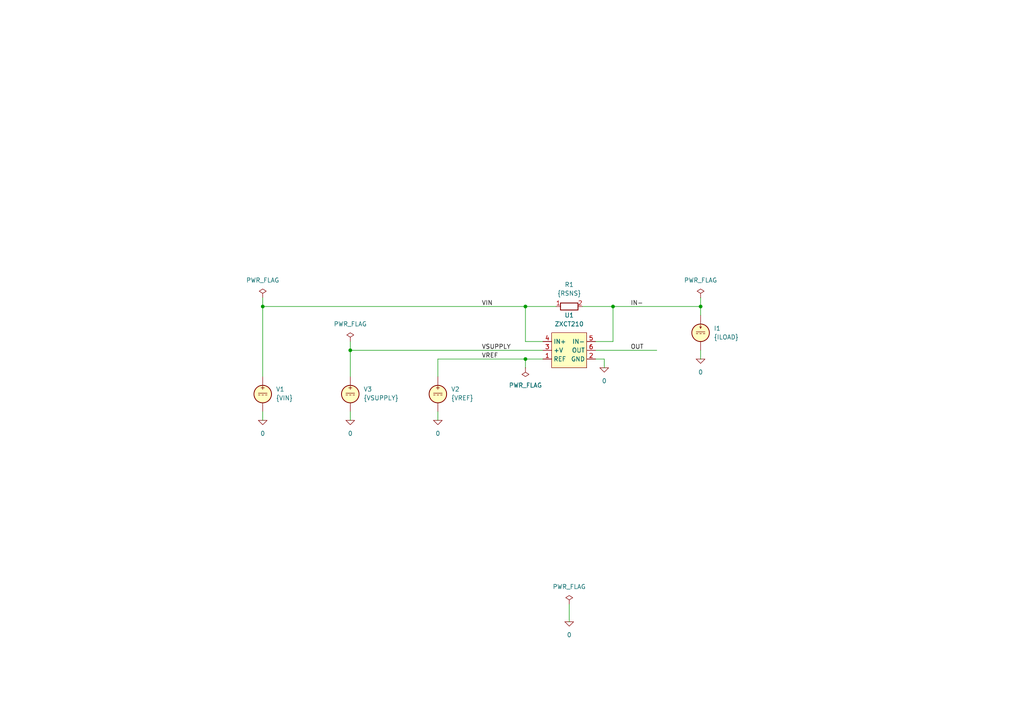
<source format=kicad_sch>
(kicad_sch
	(version 20250114)
	(generator "eeschema")
	(generator_version "9.0")
	(uuid "f02f63dd-10d0-4f93-b433-8b9c8b2d5cfa")
	(paper "A4")
	(title_block
		(title "26V, Zero-Drift, High-Precision Current Monitor. 200V/V.")
		(date "2025-06-17")
		(rev "1")
		(company "astroelectronic@")
		(comment 4 "AE01001210")
	)
	(lib_symbols
		(symbol "ZXCT210:0"
			(power)
			(pin_numbers
				(hide yes)
			)
			(pin_names
				(offset 0)
				(hide yes)
			)
			(exclude_from_sim no)
			(in_bom yes)
			(on_board yes)
			(property "Reference" "#GND"
				(at 0 -5.08 0)
				(effects
					(font
						(size 1.27 1.27)
					)
					(hide yes)
				)
			)
			(property "Value" "0"
				(at 0 -2.54 0)
				(effects
					(font
						(size 1.27 1.27)
					)
				)
			)
			(property "Footprint" ""
				(at 0 0 0)
				(effects
					(font
						(size 1.27 1.27)
					)
					(hide yes)
				)
			)
			(property "Datasheet" "https://ngspice.sourceforge.io/docs/ngspice-html-manual/manual.xhtml#subsec_Circuit_elements__device"
				(at 0 -10.16 0)
				(effects
					(font
						(size 1.27 1.27)
					)
					(hide yes)
				)
			)
			(property "Description" "0V reference potential for simulation"
				(at 0 -7.62 0)
				(effects
					(font
						(size 1.27 1.27)
					)
					(hide yes)
				)
			)
			(property "ki_keywords" "simulation"
				(at 0 0 0)
				(effects
					(font
						(size 1.27 1.27)
					)
					(hide yes)
				)
			)
			(symbol "0_0_1"
				(polyline
					(pts
						(xy -1.27 0) (xy 0 -1.27) (xy 1.27 0) (xy -1.27 0)
					)
					(stroke
						(width 0)
						(type default)
					)
					(fill
						(type none)
					)
				)
			)
			(symbol "0_1_1"
				(pin power_in line
					(at 0 0 0)
					(length 0)
					(name "~"
						(effects
							(font
								(size 1.016 1.016)
							)
						)
					)
					(number "1"
						(effects
							(font
								(size 1.016 1.016)
							)
						)
					)
				)
			)
			(embedded_fonts no)
		)
		(symbol "ZXCT210:IDC"
			(pin_numbers
				(hide yes)
			)
			(pin_names
				(offset 0.0254)
			)
			(exclude_from_sim no)
			(in_bom yes)
			(on_board yes)
			(property "Reference" "I"
				(at 2.54 2.54 0)
				(effects
					(font
						(size 1.27 1.27)
					)
					(justify left)
				)
			)
			(property "Value" "1"
				(at 2.54 0 0)
				(effects
					(font
						(size 1.27 1.27)
					)
					(justify left)
				)
			)
			(property "Footprint" ""
				(at 0 0 0)
				(effects
					(font
						(size 1.27 1.27)
					)
					(hide yes)
				)
			)
			(property "Datasheet" "https://ngspice.sourceforge.io/docs/ngspice-html-manual/manual.xhtml#sec_Independent_Sources_for"
				(at 0 0 0)
				(effects
					(font
						(size 1.27 1.27)
					)
					(hide yes)
				)
			)
			(property "Description" "Current source, DC"
				(at 0 0 0)
				(effects
					(font
						(size 1.27 1.27)
					)
					(hide yes)
				)
			)
			(property "Sim.Pins" "1=+ 2=-"
				(at 0 0 0)
				(effects
					(font
						(size 1.27 1.27)
					)
					(hide yes)
				)
			)
			(property "Sim.Type" "DC"
				(at 0 0 0)
				(effects
					(font
						(size 1.27 1.27)
					)
					(hide yes)
				)
			)
			(property "Sim.Device" "I"
				(at 0 0 0)
				(effects
					(font
						(size 1.27 1.27)
					)
					(hide yes)
				)
			)
			(property "ki_keywords" "simulation"
				(at 0 0 0)
				(effects
					(font
						(size 1.27 1.27)
					)
					(hide yes)
				)
			)
			(symbol "IDC_0_0"
				(polyline
					(pts
						(xy -1.27 0.254) (xy 1.27 0.254)
					)
					(stroke
						(width 0)
						(type default)
					)
					(fill
						(type none)
					)
				)
				(polyline
					(pts
						(xy -0.762 -0.254) (xy -1.27 -0.254)
					)
					(stroke
						(width 0)
						(type default)
					)
					(fill
						(type none)
					)
				)
				(polyline
					(pts
						(xy 0.254 -0.254) (xy -0.254 -0.254)
					)
					(stroke
						(width 0)
						(type default)
					)
					(fill
						(type none)
					)
				)
				(polyline
					(pts
						(xy 1.27 -0.254) (xy 0.762 -0.254)
					)
					(stroke
						(width 0)
						(type default)
					)
					(fill
						(type none)
					)
				)
			)
			(symbol "IDC_0_1"
				(polyline
					(pts
						(xy -0.254 1.778) (xy 0 1.27) (xy 0.254 1.778)
					)
					(stroke
						(width 0)
						(type default)
					)
					(fill
						(type none)
					)
				)
				(polyline
					(pts
						(xy 0 1.27) (xy 0 2.286)
					)
					(stroke
						(width 0)
						(type default)
					)
					(fill
						(type none)
					)
				)
				(circle
					(center 0 0)
					(radius 2.54)
					(stroke
						(width 0.254)
						(type default)
					)
					(fill
						(type background)
					)
				)
			)
			(symbol "IDC_1_1"
				(pin passive line
					(at 0 5.08 270)
					(length 2.54)
					(name "~"
						(effects
							(font
								(size 1.27 1.27)
							)
						)
					)
					(number "1"
						(effects
							(font
								(size 1.27 1.27)
							)
						)
					)
				)
				(pin passive line
					(at 0 -5.08 90)
					(length 2.54)
					(name "~"
						(effects
							(font
								(size 1.27 1.27)
							)
						)
					)
					(number "2"
						(effects
							(font
								(size 1.27 1.27)
							)
						)
					)
				)
			)
			(embedded_fonts no)
		)
		(symbol "ZXCT210:PWR_FLAG"
			(power)
			(pin_numbers
				(hide yes)
			)
			(pin_names
				(offset 0)
				(hide yes)
			)
			(exclude_from_sim no)
			(in_bom yes)
			(on_board yes)
			(property "Reference" "#FLG"
				(at 0 1.905 0)
				(effects
					(font
						(size 1.27 1.27)
					)
					(hide yes)
				)
			)
			(property "Value" "PWR_FLAG"
				(at 0 3.81 0)
				(effects
					(font
						(size 1.27 1.27)
					)
				)
			)
			(property "Footprint" ""
				(at 0 0 0)
				(effects
					(font
						(size 1.27 1.27)
					)
					(hide yes)
				)
			)
			(property "Datasheet" "~"
				(at 0 0 0)
				(effects
					(font
						(size 1.27 1.27)
					)
					(hide yes)
				)
			)
			(property "Description" "Special symbol for telling ERC where power comes from"
				(at 0 0 0)
				(effects
					(font
						(size 1.27 1.27)
					)
					(hide yes)
				)
			)
			(property "ki_keywords" "flag power"
				(at 0 0 0)
				(effects
					(font
						(size 1.27 1.27)
					)
					(hide yes)
				)
			)
			(symbol "PWR_FLAG_0_0"
				(pin power_out line
					(at 0 0 90)
					(length 0)
					(name "~"
						(effects
							(font
								(size 1.27 1.27)
							)
						)
					)
					(number "1"
						(effects
							(font
								(size 1.27 1.27)
							)
						)
					)
				)
			)
			(symbol "PWR_FLAG_0_1"
				(polyline
					(pts
						(xy 0 0) (xy 0 1.27) (xy -1.016 1.905) (xy 0 2.54) (xy 1.016 1.905) (xy 0 1.27)
					)
					(stroke
						(width 0)
						(type default)
					)
					(fill
						(type none)
					)
				)
			)
			(embedded_fonts no)
		)
		(symbol "ZXCT210:R"
			(pin_names
				(offset 0)
				(hide yes)
			)
			(exclude_from_sim no)
			(in_bom yes)
			(on_board yes)
			(property "Reference" "R"
				(at 2.032 0 90)
				(effects
					(font
						(size 1.27 1.27)
					)
				)
			)
			(property "Value" "R"
				(at 0 0 90)
				(effects
					(font
						(size 1.27 1.27)
					)
				)
			)
			(property "Footprint" ""
				(at -1.778 0 90)
				(effects
					(font
						(size 1.27 1.27)
					)
					(hide yes)
				)
			)
			(property "Datasheet" "~"
				(at 0 0 0)
				(effects
					(font
						(size 1.27 1.27)
					)
					(hide yes)
				)
			)
			(property "Description" "Resistor"
				(at 0 0 0)
				(effects
					(font
						(size 1.27 1.27)
					)
					(hide yes)
				)
			)
			(property "ki_keywords" "R res resistor"
				(at 0 0 0)
				(effects
					(font
						(size 1.27 1.27)
					)
					(hide yes)
				)
			)
			(property "ki_fp_filters" "R_*"
				(at 0 0 0)
				(effects
					(font
						(size 1.27 1.27)
					)
					(hide yes)
				)
			)
			(symbol "R_0_1"
				(rectangle
					(start -1.016 -2.54)
					(end 1.016 2.54)
					(stroke
						(width 0.254)
						(type default)
					)
					(fill
						(type none)
					)
				)
			)
			(symbol "R_1_1"
				(pin passive line
					(at 0 3.81 270)
					(length 1.27)
					(name "~"
						(effects
							(font
								(size 1.27 1.27)
							)
						)
					)
					(number "1"
						(effects
							(font
								(size 1.27 1.27)
							)
						)
					)
				)
				(pin passive line
					(at 0 -3.81 90)
					(length 1.27)
					(name "~"
						(effects
							(font
								(size 1.27 1.27)
							)
						)
					)
					(number "2"
						(effects
							(font
								(size 1.27 1.27)
							)
						)
					)
				)
			)
			(embedded_fonts no)
		)
		(symbol "ZXCT210:VDC"
			(pin_numbers
				(hide yes)
			)
			(pin_names
				(offset 0.0254)
			)
			(exclude_from_sim no)
			(in_bom yes)
			(on_board yes)
			(property "Reference" "V"
				(at 2.54 2.54 0)
				(effects
					(font
						(size 1.27 1.27)
					)
					(justify left)
				)
			)
			(property "Value" "1"
				(at 2.54 0 0)
				(effects
					(font
						(size 1.27 1.27)
					)
					(justify left)
				)
			)
			(property "Footprint" ""
				(at 0 0 0)
				(effects
					(font
						(size 1.27 1.27)
					)
					(hide yes)
				)
			)
			(property "Datasheet" "https://ngspice.sourceforge.io/docs/ngspice-html-manual/manual.xhtml#sec_Independent_Sources_for"
				(at 0 0 0)
				(effects
					(font
						(size 1.27 1.27)
					)
					(hide yes)
				)
			)
			(property "Description" "Voltage source, DC"
				(at 0 0 0)
				(effects
					(font
						(size 1.27 1.27)
					)
					(hide yes)
				)
			)
			(property "Sim.Pins" "1=+ 2=-"
				(at 0 0 0)
				(effects
					(font
						(size 1.27 1.27)
					)
					(hide yes)
				)
			)
			(property "Sim.Type" "DC"
				(at 0 0 0)
				(effects
					(font
						(size 1.27 1.27)
					)
					(hide yes)
				)
			)
			(property "Sim.Device" "V"
				(at 0 0 0)
				(effects
					(font
						(size 1.27 1.27)
					)
					(justify left)
					(hide yes)
				)
			)
			(property "ki_keywords" "simulation"
				(at 0 0 0)
				(effects
					(font
						(size 1.27 1.27)
					)
					(hide yes)
				)
			)
			(symbol "VDC_0_0"
				(polyline
					(pts
						(xy -1.27 0.254) (xy 1.27 0.254)
					)
					(stroke
						(width 0)
						(type default)
					)
					(fill
						(type none)
					)
				)
				(polyline
					(pts
						(xy -0.762 -0.254) (xy -1.27 -0.254)
					)
					(stroke
						(width 0)
						(type default)
					)
					(fill
						(type none)
					)
				)
				(polyline
					(pts
						(xy 0.254 -0.254) (xy -0.254 -0.254)
					)
					(stroke
						(width 0)
						(type default)
					)
					(fill
						(type none)
					)
				)
				(polyline
					(pts
						(xy 1.27 -0.254) (xy 0.762 -0.254)
					)
					(stroke
						(width 0)
						(type default)
					)
					(fill
						(type none)
					)
				)
				(text "+"
					(at 0 1.905 0)
					(effects
						(font
							(size 1.27 1.27)
						)
					)
				)
			)
			(symbol "VDC_0_1"
				(circle
					(center 0 0)
					(radius 2.54)
					(stroke
						(width 0.254)
						(type default)
					)
					(fill
						(type background)
					)
				)
			)
			(symbol "VDC_1_1"
				(pin passive line
					(at 0 5.08 270)
					(length 2.54)
					(name "~"
						(effects
							(font
								(size 1.27 1.27)
							)
						)
					)
					(number "1"
						(effects
							(font
								(size 1.27 1.27)
							)
						)
					)
				)
				(pin passive line
					(at 0 -5.08 90)
					(length 2.54)
					(name "~"
						(effects
							(font
								(size 1.27 1.27)
							)
						)
					)
					(number "2"
						(effects
							(font
								(size 1.27 1.27)
							)
						)
					)
				)
			)
			(embedded_fonts no)
		)
		(symbol "ZXCT210:ZXCT210"
			(exclude_from_sim no)
			(in_bom yes)
			(on_board yes)
			(property "Reference" "U"
				(at 0 8.636 0)
				(effects
					(font
						(size 1.27 1.27)
					)
				)
			)
			(property "Value" "ZXCT210"
				(at 0 6.35 0)
				(effects
					(font
						(size 1.27 1.27)
					)
				)
			)
			(property "Footprint" ""
				(at 0 0 0)
				(effects
					(font
						(size 1.27 1.27)
					)
					(hide yes)
				)
			)
			(property "Datasheet" ""
				(at 0 0 0)
				(effects
					(font
						(size 1.27 1.27)
					)
					(hide yes)
				)
			)
			(property "Description" ""
				(at 0 0 0)
				(effects
					(font
						(size 1.27 1.27)
					)
					(hide yes)
				)
			)
			(symbol "ZXCT210_1_1"
				(rectangle
					(start -5.08 5.08)
					(end 5.08 -5.08)
					(stroke
						(width 0)
						(type solid)
					)
					(fill
						(type background)
					)
				)
				(pin passive line
					(at -7.62 2.54 0)
					(length 2.54)
					(name "IN+"
						(effects
							(font
								(size 1.27 1.27)
							)
						)
					)
					(number "4"
						(effects
							(font
								(size 1.27 1.27)
							)
						)
					)
				)
				(pin passive line
					(at -7.62 0 0)
					(length 2.54)
					(name "+V"
						(effects
							(font
								(size 1.27 1.27)
							)
						)
					)
					(number "3"
						(effects
							(font
								(size 1.27 1.27)
							)
						)
					)
				)
				(pin passive line
					(at -7.62 -2.54 0)
					(length 2.54)
					(name "REF"
						(effects
							(font
								(size 1.27 1.27)
							)
						)
					)
					(number "1"
						(effects
							(font
								(size 1.27 1.27)
							)
						)
					)
				)
				(pin passive line
					(at 7.62 2.54 180)
					(length 2.54)
					(name "IN-"
						(effects
							(font
								(size 1.27 1.27)
							)
						)
					)
					(number "5"
						(effects
							(font
								(size 1.27 1.27)
							)
						)
					)
				)
				(pin passive line
					(at 7.62 0 180)
					(length 2.54)
					(name "OUT"
						(effects
							(font
								(size 1.27 1.27)
							)
						)
					)
					(number "6"
						(effects
							(font
								(size 1.27 1.27)
							)
						)
					)
				)
				(pin passive line
					(at 7.62 -2.54 180)
					(length 2.54)
					(name "GND"
						(effects
							(font
								(size 1.27 1.27)
							)
						)
					)
					(number "2"
						(effects
							(font
								(size 1.27 1.27)
							)
						)
					)
				)
			)
			(embedded_fonts no)
		)
	)
	(junction
		(at 203.2 88.9)
		(diameter 0)
		(color 0 0 0 0)
		(uuid "088e5020-bea9-442c-809e-458ff448e36a")
	)
	(junction
		(at 177.8 88.9)
		(diameter 0)
		(color 0 0 0 0)
		(uuid "644c1e3d-0ad3-42b1-9257-a677b06b67f3")
	)
	(junction
		(at 101.6 101.6)
		(diameter 0)
		(color 0 0 0 0)
		(uuid "c680e25d-d9f4-4700-80e7-ab9ed2d7ebf9")
	)
	(junction
		(at 76.2 88.9)
		(diameter 0)
		(color 0 0 0 0)
		(uuid "d57a7734-c738-4812-ba46-26f579c54af7")
	)
	(junction
		(at 152.4 104.14)
		(diameter 0)
		(color 0 0 0 0)
		(uuid "e916edc8-c186-43c5-87c1-18636aa3b33b")
	)
	(junction
		(at 152.4 88.9)
		(diameter 0)
		(color 0 0 0 0)
		(uuid "f53ac3be-cad9-4316-a68a-0d21bc0c9954")
	)
	(wire
		(pts
			(xy 101.6 99.06) (xy 101.6 101.6)
		)
		(stroke
			(width 0)
			(type default)
		)
		(uuid "14385b6e-2e46-4a44-bf45-800530e7e91c")
	)
	(wire
		(pts
			(xy 127 104.14) (xy 152.4 104.14)
		)
		(stroke
			(width 0)
			(type default)
		)
		(uuid "186fc7ff-a099-4d80-a917-91e7cf61d833")
	)
	(wire
		(pts
			(xy 76.2 88.9) (xy 152.4 88.9)
		)
		(stroke
			(width 0)
			(type default)
		)
		(uuid "18fd01bc-5d88-4b8f-ac90-a56d7b678172")
	)
	(wire
		(pts
			(xy 152.4 104.14) (xy 152.4 106.68)
		)
		(stroke
			(width 0)
			(type default)
		)
		(uuid "27cf7055-3563-4c27-b245-16bdf1a1d78b")
	)
	(wire
		(pts
			(xy 152.4 99.06) (xy 152.4 88.9)
		)
		(stroke
			(width 0)
			(type default)
		)
		(uuid "2c815c78-747e-4bb1-b029-0d3bce0dbabe")
	)
	(wire
		(pts
			(xy 177.8 88.9) (xy 203.2 88.9)
		)
		(stroke
			(width 0)
			(type default)
		)
		(uuid "3765a407-c1d3-4686-ab57-ab663aa39cfc")
	)
	(wire
		(pts
			(xy 172.72 99.06) (xy 177.8 99.06)
		)
		(stroke
			(width 0)
			(type default)
		)
		(uuid "398bd61b-200d-45cb-93d7-7314c78118ed")
	)
	(wire
		(pts
			(xy 172.72 101.6) (xy 190.5 101.6)
		)
		(stroke
			(width 0)
			(type default)
		)
		(uuid "463f9e3f-1a0e-4ced-a76e-9558e2a03816")
	)
	(wire
		(pts
			(xy 76.2 88.9) (xy 76.2 109.22)
		)
		(stroke
			(width 0)
			(type default)
		)
		(uuid "5be66fff-9934-47cc-ae12-0bb6c867dafc")
	)
	(wire
		(pts
			(xy 175.26 106.68) (xy 175.26 104.14)
		)
		(stroke
			(width 0)
			(type default)
		)
		(uuid "67ba23e4-994e-40be-add5-503a7faf6f3f")
	)
	(wire
		(pts
			(xy 175.26 104.14) (xy 172.72 104.14)
		)
		(stroke
			(width 0)
			(type default)
		)
		(uuid "689a06ed-e29b-4a71-947d-cb5719be2e53")
	)
	(wire
		(pts
			(xy 165.1 175.26) (xy 165.1 180.34)
		)
		(stroke
			(width 0)
			(type default)
		)
		(uuid "75aecf9d-dc56-4c08-8a86-1c1de0c6cf6d")
	)
	(wire
		(pts
			(xy 157.48 99.06) (xy 152.4 99.06)
		)
		(stroke
			(width 0)
			(type default)
		)
		(uuid "7dfed844-1a2d-48bd-a955-7ac37b9c027a")
	)
	(wire
		(pts
			(xy 203.2 86.36) (xy 203.2 88.9)
		)
		(stroke
			(width 0)
			(type default)
		)
		(uuid "83f96b6b-5454-491b-9d47-d02a2c22979d")
	)
	(wire
		(pts
			(xy 177.8 99.06) (xy 177.8 88.9)
		)
		(stroke
			(width 0)
			(type default)
		)
		(uuid "904da834-8ea6-4f09-8d6d-c62587fb041f")
	)
	(wire
		(pts
			(xy 101.6 101.6) (xy 157.48 101.6)
		)
		(stroke
			(width 0)
			(type default)
		)
		(uuid "9278f9dd-2a4d-4735-8cdd-aa87124c5f4c")
	)
	(wire
		(pts
			(xy 177.8 88.9) (xy 168.91 88.9)
		)
		(stroke
			(width 0)
			(type default)
		)
		(uuid "96fffcc6-06c3-4ca1-9a3c-ac0e300b35f9")
	)
	(wire
		(pts
			(xy 101.6 119.38) (xy 101.6 121.92)
		)
		(stroke
			(width 0)
			(type default)
		)
		(uuid "9f6232c2-1b10-458d-a2f4-2c8a4508c62a")
	)
	(wire
		(pts
			(xy 76.2 86.36) (xy 76.2 88.9)
		)
		(stroke
			(width 0)
			(type default)
		)
		(uuid "a209cd48-b8eb-4cbf-926d-22bc1f30b39f")
	)
	(wire
		(pts
			(xy 101.6 101.6) (xy 101.6 109.22)
		)
		(stroke
			(width 0)
			(type default)
		)
		(uuid "aa7996d7-85f8-41c8-aa6d-0c3aedcde289")
	)
	(wire
		(pts
			(xy 203.2 101.6) (xy 203.2 104.14)
		)
		(stroke
			(width 0)
			(type default)
		)
		(uuid "aecfae99-6585-4a58-9fd4-1f756b18c1a3")
	)
	(wire
		(pts
			(xy 203.2 88.9) (xy 203.2 91.44)
		)
		(stroke
			(width 0)
			(type default)
		)
		(uuid "af7ad28a-21f5-4634-b30a-05e7546886a6")
	)
	(wire
		(pts
			(xy 127 104.14) (xy 127 109.22)
		)
		(stroke
			(width 0)
			(type default)
		)
		(uuid "b0394512-5932-401e-b280-3afb3c0f7d12")
	)
	(wire
		(pts
			(xy 76.2 119.38) (xy 76.2 121.92)
		)
		(stroke
			(width 0)
			(type default)
		)
		(uuid "cdca2fcf-f103-4ff0-8545-1ddef25cbfd6")
	)
	(wire
		(pts
			(xy 127 119.38) (xy 127 121.92)
		)
		(stroke
			(width 0)
			(type default)
		)
		(uuid "e5774dc5-6e8b-4d90-af0b-f39d1ecbd453")
	)
	(wire
		(pts
			(xy 152.4 104.14) (xy 157.48 104.14)
		)
		(stroke
			(width 0)
			(type default)
		)
		(uuid "f26320b9-8e78-4a0c-9561-78481385f20e")
	)
	(wire
		(pts
			(xy 152.4 88.9) (xy 161.29 88.9)
		)
		(stroke
			(width 0)
			(type default)
		)
		(uuid "fcc9e441-8ca8-452b-bbeb-3b481f987fb0")
	)
	(label "OUT"
		(at 182.88 101.6 0)
		(effects
			(font
				(size 1.27 1.27)
			)
			(justify left bottom)
		)
		(uuid "91d54691-7865-4504-9d7f-d4f475aa67c8")
	)
	(label "VREF"
		(at 139.7 104.14 0)
		(effects
			(font
				(size 1.27 1.27)
			)
			(justify left bottom)
		)
		(uuid "9e178834-1048-4c7a-b2bf-5c42126b0230")
	)
	(label "IN-"
		(at 182.88 88.9 0)
		(effects
			(font
				(size 1.27 1.27)
			)
			(justify left bottom)
		)
		(uuid "ae81096a-549a-4613-9d09-d90d911630f9")
	)
	(label "VSUPPLY"
		(at 139.7 101.6 0)
		(effects
			(font
				(size 1.27 1.27)
			)
			(justify left bottom)
		)
		(uuid "bc1ffd92-63ff-4b02-9f11-07883a4a086e")
	)
	(label "VIN"
		(at 139.7 88.9 0)
		(effects
			(font
				(size 1.27 1.27)
			)
			(justify left bottom)
		)
		(uuid "f2506927-a8e0-4e7a-9d4a-86361dbe8ca7")
	)
	(symbol
		(lib_id "ZXCT210:R")
		(at 165.1 88.9 90)
		(unit 1)
		(exclude_from_sim no)
		(in_bom yes)
		(on_board yes)
		(dnp no)
		(fields_autoplaced yes)
		(uuid "0c7cd91c-c0e7-4c64-adc8-61d938c1cda4")
		(property "Reference" "R1"
			(at 165.1 82.55 90)
			(effects
				(font
					(size 1.27 1.27)
				)
			)
		)
		(property "Value" "{RSNS}"
			(at 165.1 85.09 90)
			(effects
				(font
					(size 1.27 1.27)
				)
			)
		)
		(property "Footprint" ""
			(at 165.1 90.678 90)
			(effects
				(font
					(size 1.27 1.27)
				)
				(hide yes)
			)
		)
		(property "Datasheet" "~"
			(at 165.1 88.9 0)
			(effects
				(font
					(size 1.27 1.27)
				)
				(hide yes)
			)
		)
		(property "Description" "Resistor"
			(at 165.1 88.9 0)
			(effects
				(font
					(size 1.27 1.27)
				)
				(hide yes)
			)
		)
		(pin "2"
			(uuid "f3f21b90-08da-4eb0-bd89-61f241db5ebd")
		)
		(pin "1"
			(uuid "c0e3f967-b0f6-46f1-a443-dc201580d94e")
		)
		(instances
			(project ""
				(path "/f02f63dd-10d0-4f93-b433-8b9c8b2d5cfa"
					(reference "R1")
					(unit 1)
				)
			)
		)
	)
	(symbol
		(lib_id "ZXCT210:0")
		(at 175.26 106.68 0)
		(unit 1)
		(exclude_from_sim no)
		(in_bom yes)
		(on_board yes)
		(dnp no)
		(fields_autoplaced yes)
		(uuid "1131f058-b6cd-40f2-aa93-900d693e5a89")
		(property "Reference" "#GND03"
			(at 175.26 111.76 0)
			(effects
				(font
					(size 1.27 1.27)
				)
				(hide yes)
			)
		)
		(property "Value" "0"
			(at 175.26 110.49 0)
			(effects
				(font
					(size 1.27 1.27)
				)
			)
		)
		(property "Footprint" ""
			(at 175.26 106.68 0)
			(effects
				(font
					(size 1.27 1.27)
				)
				(hide yes)
			)
		)
		(property "Datasheet" "https://ngspice.sourceforge.io/docs/ngspice-html-manual/manual.xhtml#subsec_Circuit_elements__device"
			(at 175.26 116.84 0)
			(effects
				(font
					(size 1.27 1.27)
				)
				(hide yes)
			)
		)
		(property "Description" "0V reference potential for simulation"
			(at 175.26 114.3 0)
			(effects
				(font
					(size 1.27 1.27)
				)
				(hide yes)
			)
		)
		(pin "1"
			(uuid "98fc72b7-5733-4bb5-b7ae-146d94d91e07")
		)
		(instances
			(project ""
				(path "/f02f63dd-10d0-4f93-b433-8b9c8b2d5cfa"
					(reference "#GND03")
					(unit 1)
				)
			)
		)
	)
	(symbol
		(lib_id "ZXCT210:VDC")
		(at 101.6 114.3 0)
		(unit 1)
		(exclude_from_sim no)
		(in_bom yes)
		(on_board yes)
		(dnp no)
		(fields_autoplaced yes)
		(uuid "305af13e-e1c2-412b-ad8f-1e8c021c7630")
		(property "Reference" "V3"
			(at 105.41 112.9001 0)
			(effects
				(font
					(size 1.27 1.27)
				)
				(justify left)
			)
		)
		(property "Value" "{VSUPPLY}"
			(at 105.41 115.4401 0)
			(effects
				(font
					(size 1.27 1.27)
				)
				(justify left)
			)
		)
		(property "Footprint" ""
			(at 101.6 114.3 0)
			(effects
				(font
					(size 1.27 1.27)
				)
				(hide yes)
			)
		)
		(property "Datasheet" "https://ngspice.sourceforge.io/docs/ngspice-html-manual/manual.xhtml#sec_Independent_Sources_for"
			(at 101.6 114.3 0)
			(effects
				(font
					(size 1.27 1.27)
				)
				(hide yes)
			)
		)
		(property "Description" "Voltage source, DC"
			(at 101.6 114.3 0)
			(effects
				(font
					(size 1.27 1.27)
				)
				(hide yes)
			)
		)
		(property "Sim.Pins" "1=+ 2=-"
			(at 101.6 114.3 0)
			(effects
				(font
					(size 1.27 1.27)
				)
				(hide yes)
			)
		)
		(property "Sim.Type" "DC"
			(at 101.6 114.3 0)
			(effects
				(font
					(size 1.27 1.27)
				)
				(hide yes)
			)
		)
		(property "Sim.Device" "V"
			(at 101.6 114.3 0)
			(effects
				(font
					(size 1.27 1.27)
				)
				(justify left)
				(hide yes)
			)
		)
		(pin "1"
			(uuid "3ac4f2dd-88d2-4d82-a1be-5bf43375448a")
		)
		(pin "2"
			(uuid "e93c9aef-7d62-43a0-81c0-7536d160ee4d")
		)
		(instances
			(project "ZXCT210"
				(path "/f02f63dd-10d0-4f93-b433-8b9c8b2d5cfa"
					(reference "V3")
					(unit 1)
				)
			)
		)
	)
	(symbol
		(lib_id "ZXCT210:VDC")
		(at 127 114.3 0)
		(unit 1)
		(exclude_from_sim no)
		(in_bom yes)
		(on_board yes)
		(dnp no)
		(fields_autoplaced yes)
		(uuid "50c67927-cf69-4f2d-8485-0d6ab0f6578c")
		(property "Reference" "V2"
			(at 130.81 112.9001 0)
			(effects
				(font
					(size 1.27 1.27)
				)
				(justify left)
			)
		)
		(property "Value" "{VREF}"
			(at 130.81 115.4401 0)
			(effects
				(font
					(size 1.27 1.27)
				)
				(justify left)
			)
		)
		(property "Footprint" ""
			(at 127 114.3 0)
			(effects
				(font
					(size 1.27 1.27)
				)
				(hide yes)
			)
		)
		(property "Datasheet" "https://ngspice.sourceforge.io/docs/ngspice-html-manual/manual.xhtml#sec_Independent_Sources_for"
			(at 127 114.3 0)
			(effects
				(font
					(size 1.27 1.27)
				)
				(hide yes)
			)
		)
		(property "Description" "Voltage source, DC"
			(at 127 114.3 0)
			(effects
				(font
					(size 1.27 1.27)
				)
				(hide yes)
			)
		)
		(property "Sim.Pins" "1=+ 2=-"
			(at 127 114.3 0)
			(effects
				(font
					(size 1.27 1.27)
				)
				(hide yes)
			)
		)
		(property "Sim.Type" "DC"
			(at 127 114.3 0)
			(effects
				(font
					(size 1.27 1.27)
				)
				(hide yes)
			)
		)
		(property "Sim.Device" "V"
			(at 127 114.3 0)
			(effects
				(font
					(size 1.27 1.27)
				)
				(justify left)
				(hide yes)
			)
		)
		(pin "1"
			(uuid "3629ff4d-9bb1-48b4-be7f-b29f72b47046")
		)
		(pin "2"
			(uuid "eaf1f530-9dd1-4817-9fc2-1e9bc2d70c3a")
		)
		(instances
			(project "ZXCT210"
				(path "/f02f63dd-10d0-4f93-b433-8b9c8b2d5cfa"
					(reference "V2")
					(unit 1)
				)
			)
		)
	)
	(symbol
		(lib_id "ZXCT210:PWR_FLAG")
		(at 101.6 99.06 0)
		(unit 1)
		(exclude_from_sim no)
		(in_bom yes)
		(on_board yes)
		(dnp no)
		(fields_autoplaced yes)
		(uuid "5d763938-ae1d-443c-8a6d-f7a0d87cbf62")
		(property "Reference" "#FLG02"
			(at 101.6 97.155 0)
			(effects
				(font
					(size 1.27 1.27)
				)
				(hide yes)
			)
		)
		(property "Value" "PWR_FLAG"
			(at 101.6 93.98 0)
			(effects
				(font
					(size 1.27 1.27)
				)
			)
		)
		(property "Footprint" ""
			(at 101.6 99.06 0)
			(effects
				(font
					(size 1.27 1.27)
				)
				(hide yes)
			)
		)
		(property "Datasheet" "~"
			(at 101.6 99.06 0)
			(effects
				(font
					(size 1.27 1.27)
				)
				(hide yes)
			)
		)
		(property "Description" "Special symbol for telling ERC where power comes from"
			(at 101.6 99.06 0)
			(effects
				(font
					(size 1.27 1.27)
				)
				(hide yes)
			)
		)
		(pin "1"
			(uuid "0475346e-99e2-428b-a6aa-b630ac36b211")
		)
		(instances
			(project "ZXCT210"
				(path "/f02f63dd-10d0-4f93-b433-8b9c8b2d5cfa"
					(reference "#FLG02")
					(unit 1)
				)
			)
		)
	)
	(symbol
		(lib_id "ZXCT210:PWR_FLAG")
		(at 76.2 86.36 0)
		(unit 1)
		(exclude_from_sim no)
		(in_bom yes)
		(on_board yes)
		(dnp no)
		(fields_autoplaced yes)
		(uuid "6877cbd2-0b70-439d-a6ff-e01fbea1df65")
		(property "Reference" "#FLG01"
			(at 76.2 84.455 0)
			(effects
				(font
					(size 1.27 1.27)
				)
				(hide yes)
			)
		)
		(property "Value" "PWR_FLAG"
			(at 76.2 81.28 0)
			(effects
				(font
					(size 1.27 1.27)
				)
			)
		)
		(property "Footprint" ""
			(at 76.2 86.36 0)
			(effects
				(font
					(size 1.27 1.27)
				)
				(hide yes)
			)
		)
		(property "Datasheet" "~"
			(at 76.2 86.36 0)
			(effects
				(font
					(size 1.27 1.27)
				)
				(hide yes)
			)
		)
		(property "Description" "Special symbol for telling ERC where power comes from"
			(at 76.2 86.36 0)
			(effects
				(font
					(size 1.27 1.27)
				)
				(hide yes)
			)
		)
		(pin "1"
			(uuid "a52d5aaf-619d-4e0b-97c7-a1df07ce4ba8")
		)
		(instances
			(project "ZXCT210"
				(path "/f02f63dd-10d0-4f93-b433-8b9c8b2d5cfa"
					(reference "#FLG01")
					(unit 1)
				)
			)
		)
	)
	(symbol
		(lib_id "ZXCT210:PWR_FLAG")
		(at 152.4 106.68 180)
		(unit 1)
		(exclude_from_sim no)
		(in_bom yes)
		(on_board yes)
		(dnp no)
		(fields_autoplaced yes)
		(uuid "6a26bc85-c794-42d7-a6ae-e554ab194063")
		(property "Reference" "#FLG05"
			(at 152.4 108.585 0)
			(effects
				(font
					(size 1.27 1.27)
				)
				(hide yes)
			)
		)
		(property "Value" "PWR_FLAG"
			(at 152.4 111.76 0)
			(effects
				(font
					(size 1.27 1.27)
				)
			)
		)
		(property "Footprint" ""
			(at 152.4 106.68 0)
			(effects
				(font
					(size 1.27 1.27)
				)
				(hide yes)
			)
		)
		(property "Datasheet" "~"
			(at 152.4 106.68 0)
			(effects
				(font
					(size 1.27 1.27)
				)
				(hide yes)
			)
		)
		(property "Description" "Special symbol for telling ERC where power comes from"
			(at 152.4 106.68 0)
			(effects
				(font
					(size 1.27 1.27)
				)
				(hide yes)
			)
		)
		(pin "1"
			(uuid "a48912e4-6956-42e0-bcf6-aea1a40b50c5")
		)
		(instances
			(project "ZXCT210"
				(path "/f02f63dd-10d0-4f93-b433-8b9c8b2d5cfa"
					(reference "#FLG05")
					(unit 1)
				)
			)
		)
	)
	(symbol
		(lib_id "ZXCT210:PWR_FLAG")
		(at 203.2 86.36 0)
		(unit 1)
		(exclude_from_sim no)
		(in_bom yes)
		(on_board yes)
		(dnp no)
		(fields_autoplaced yes)
		(uuid "84ec9ae9-f4ff-4fc5-8167-4e7e207982e6")
		(property "Reference" "#FLG04"
			(at 203.2 84.455 0)
			(effects
				(font
					(size 1.27 1.27)
				)
				(hide yes)
			)
		)
		(property "Value" "PWR_FLAG"
			(at 203.2 81.28 0)
			(effects
				(font
					(size 1.27 1.27)
				)
			)
		)
		(property "Footprint" ""
			(at 203.2 86.36 0)
			(effects
				(font
					(size 1.27 1.27)
				)
				(hide yes)
			)
		)
		(property "Datasheet" "~"
			(at 203.2 86.36 0)
			(effects
				(font
					(size 1.27 1.27)
				)
				(hide yes)
			)
		)
		(property "Description" "Special symbol for telling ERC where power comes from"
			(at 203.2 86.36 0)
			(effects
				(font
					(size 1.27 1.27)
				)
				(hide yes)
			)
		)
		(pin "1"
			(uuid "bedce9d3-0ab1-4ef6-8b89-630468c5f933")
		)
		(instances
			(project "ZXCT210"
				(path "/f02f63dd-10d0-4f93-b433-8b9c8b2d5cfa"
					(reference "#FLG04")
					(unit 1)
				)
			)
		)
	)
	(symbol
		(lib_id "ZXCT210:VDC")
		(at 76.2 114.3 0)
		(unit 1)
		(exclude_from_sim no)
		(in_bom yes)
		(on_board yes)
		(dnp no)
		(fields_autoplaced yes)
		(uuid "a39be161-e283-4196-a761-7f9aa1ceea86")
		(property "Reference" "V1"
			(at 80.01 112.9001 0)
			(effects
				(font
					(size 1.27 1.27)
				)
				(justify left)
			)
		)
		(property "Value" "{VIN}"
			(at 80.01 115.4401 0)
			(effects
				(font
					(size 1.27 1.27)
				)
				(justify left)
			)
		)
		(property "Footprint" ""
			(at 76.2 114.3 0)
			(effects
				(font
					(size 1.27 1.27)
				)
				(hide yes)
			)
		)
		(property "Datasheet" "https://ngspice.sourceforge.io/docs/ngspice-html-manual/manual.xhtml#sec_Independent_Sources_for"
			(at 76.2 114.3 0)
			(effects
				(font
					(size 1.27 1.27)
				)
				(hide yes)
			)
		)
		(property "Description" "Voltage source, DC"
			(at 76.2 114.3 0)
			(effects
				(font
					(size 1.27 1.27)
				)
				(hide yes)
			)
		)
		(property "Sim.Pins" "1=+ 2=-"
			(at 76.2 114.3 0)
			(effects
				(font
					(size 1.27 1.27)
				)
				(hide yes)
			)
		)
		(property "Sim.Type" "DC"
			(at 76.2 114.3 0)
			(effects
				(font
					(size 1.27 1.27)
				)
				(hide yes)
			)
		)
		(property "Sim.Device" "V"
			(at 76.2 114.3 0)
			(effects
				(font
					(size 1.27 1.27)
				)
				(justify left)
				(hide yes)
			)
		)
		(pin "1"
			(uuid "8ea64d18-b73d-4295-adf5-2d6f4d5ab4a9")
		)
		(pin "2"
			(uuid "575b301a-df1a-4219-9694-7fb1866a3af2")
		)
		(instances
			(project ""
				(path "/f02f63dd-10d0-4f93-b433-8b9c8b2d5cfa"
					(reference "V1")
					(unit 1)
				)
			)
		)
	)
	(symbol
		(lib_id "ZXCT210:0")
		(at 76.2 121.92 0)
		(unit 1)
		(exclude_from_sim no)
		(in_bom yes)
		(on_board yes)
		(dnp no)
		(fields_autoplaced yes)
		(uuid "a70e14a0-6ea7-4cea-ae42-31484ac95e64")
		(property "Reference" "#GND01"
			(at 76.2 127 0)
			(effects
				(font
					(size 1.27 1.27)
				)
				(hide yes)
			)
		)
		(property "Value" "0"
			(at 76.2 125.73 0)
			(effects
				(font
					(size 1.27 1.27)
				)
			)
		)
		(property "Footprint" ""
			(at 76.2 121.92 0)
			(effects
				(font
					(size 1.27 1.27)
				)
				(hide yes)
			)
		)
		(property "Datasheet" "https://ngspice.sourceforge.io/docs/ngspice-html-manual/manual.xhtml#subsec_Circuit_elements__device"
			(at 76.2 132.08 0)
			(effects
				(font
					(size 1.27 1.27)
				)
				(hide yes)
			)
		)
		(property "Description" "0V reference potential for simulation"
			(at 76.2 129.54 0)
			(effects
				(font
					(size 1.27 1.27)
				)
				(hide yes)
			)
		)
		(pin "1"
			(uuid "900d7cbc-610d-441a-b297-30837db94881")
		)
		(instances
			(project "ZXCT210"
				(path "/f02f63dd-10d0-4f93-b433-8b9c8b2d5cfa"
					(reference "#GND01")
					(unit 1)
				)
			)
		)
	)
	(symbol
		(lib_id "ZXCT210:IDC")
		(at 203.2 96.52 0)
		(unit 1)
		(exclude_from_sim no)
		(in_bom yes)
		(on_board yes)
		(dnp no)
		(fields_autoplaced yes)
		(uuid "afc11394-5285-4db2-a4f8-258abd6217ec")
		(property "Reference" "I1"
			(at 207.01 95.2499 0)
			(effects
				(font
					(size 1.27 1.27)
				)
				(justify left)
			)
		)
		(property "Value" "{ILOAD}"
			(at 207.01 97.7899 0)
			(effects
				(font
					(size 1.27 1.27)
				)
				(justify left)
			)
		)
		(property "Footprint" ""
			(at 203.2 96.52 0)
			(effects
				(font
					(size 1.27 1.27)
				)
				(hide yes)
			)
		)
		(property "Datasheet" "https://ngspice.sourceforge.io/docs/ngspice-html-manual/manual.xhtml#sec_Independent_Sources_for"
			(at 203.2 96.52 0)
			(effects
				(font
					(size 1.27 1.27)
				)
				(hide yes)
			)
		)
		(property "Description" "Current source, DC"
			(at 203.2 96.52 0)
			(effects
				(font
					(size 1.27 1.27)
				)
				(hide yes)
			)
		)
		(property "Sim.Pins" "1=+ 2=-"
			(at 203.2 96.52 0)
			(effects
				(font
					(size 1.27 1.27)
				)
				(hide yes)
			)
		)
		(property "Sim.Type" "DC"
			(at 203.2 96.52 0)
			(effects
				(font
					(size 1.27 1.27)
				)
				(hide yes)
			)
		)
		(property "Sim.Device" "I"
			(at 203.2 96.52 0)
			(effects
				(font
					(size 1.27 1.27)
				)
				(hide yes)
			)
		)
		(pin "2"
			(uuid "4e3a3f23-b182-4983-810f-45db6f1e80a1")
		)
		(pin "1"
			(uuid "3eb543cf-2178-418f-a2b7-1eee8c5c53f5")
		)
		(instances
			(project ""
				(path "/f02f63dd-10d0-4f93-b433-8b9c8b2d5cfa"
					(reference "I1")
					(unit 1)
				)
			)
		)
	)
	(symbol
		(lib_id "ZXCT210:0")
		(at 101.6 121.92 0)
		(unit 1)
		(exclude_from_sim no)
		(in_bom yes)
		(on_board yes)
		(dnp no)
		(fields_autoplaced yes)
		(uuid "d59a06fe-2fd5-4017-87e0-31ab2ad548ca")
		(property "Reference" "#GND06"
			(at 101.6 127 0)
			(effects
				(font
					(size 1.27 1.27)
				)
				(hide yes)
			)
		)
		(property "Value" "0"
			(at 101.6 125.73 0)
			(effects
				(font
					(size 1.27 1.27)
				)
			)
		)
		(property "Footprint" ""
			(at 101.6 121.92 0)
			(effects
				(font
					(size 1.27 1.27)
				)
				(hide yes)
			)
		)
		(property "Datasheet" "https://ngspice.sourceforge.io/docs/ngspice-html-manual/manual.xhtml#subsec_Circuit_elements__device"
			(at 101.6 132.08 0)
			(effects
				(font
					(size 1.27 1.27)
				)
				(hide yes)
			)
		)
		(property "Description" "0V reference potential for simulation"
			(at 101.6 129.54 0)
			(effects
				(font
					(size 1.27 1.27)
				)
				(hide yes)
			)
		)
		(pin "1"
			(uuid "be14b1b5-e5ab-4936-bb80-228f5b46d2c2")
		)
		(instances
			(project "ZXCT210"
				(path "/f02f63dd-10d0-4f93-b433-8b9c8b2d5cfa"
					(reference "#GND06")
					(unit 1)
				)
			)
		)
	)
	(symbol
		(lib_id "ZXCT210:0")
		(at 165.1 180.34 0)
		(unit 1)
		(exclude_from_sim no)
		(in_bom yes)
		(on_board yes)
		(dnp no)
		(fields_autoplaced yes)
		(uuid "d6757441-d969-4105-9d03-16ccb7779454")
		(property "Reference" "#GND04"
			(at 165.1 185.42 0)
			(effects
				(font
					(size 1.27 1.27)
				)
				(hide yes)
			)
		)
		(property "Value" "0"
			(at 165.1 184.15 0)
			(effects
				(font
					(size 1.27 1.27)
				)
			)
		)
		(property "Footprint" ""
			(at 165.1 180.34 0)
			(effects
				(font
					(size 1.27 1.27)
				)
				(hide yes)
			)
		)
		(property "Datasheet" "https://ngspice.sourceforge.io/docs/ngspice-html-manual/manual.xhtml#subsec_Circuit_elements__device"
			(at 165.1 190.5 0)
			(effects
				(font
					(size 1.27 1.27)
				)
				(hide yes)
			)
		)
		(property "Description" "0V reference potential for simulation"
			(at 165.1 187.96 0)
			(effects
				(font
					(size 1.27 1.27)
				)
				(hide yes)
			)
		)
		(pin "1"
			(uuid "c1cee022-8928-4a2e-8639-de9f0295ffe7")
		)
		(instances
			(project "ZXCT210"
				(path "/f02f63dd-10d0-4f93-b433-8b9c8b2d5cfa"
					(reference "#GND04")
					(unit 1)
				)
			)
		)
	)
	(symbol
		(lib_id "ZXCT210:PWR_FLAG")
		(at 165.1 175.26 0)
		(unit 1)
		(exclude_from_sim no)
		(in_bom yes)
		(on_board yes)
		(dnp no)
		(fields_autoplaced yes)
		(uuid "e64b194b-f087-45fc-a10e-48522604e34b")
		(property "Reference" "#FLG03"
			(at 165.1 173.355 0)
			(effects
				(font
					(size 1.27 1.27)
				)
				(hide yes)
			)
		)
		(property "Value" "PWR_FLAG"
			(at 165.1 170.18 0)
			(effects
				(font
					(size 1.27 1.27)
				)
			)
		)
		(property "Footprint" ""
			(at 165.1 175.26 0)
			(effects
				(font
					(size 1.27 1.27)
				)
				(hide yes)
			)
		)
		(property "Datasheet" "~"
			(at 165.1 175.26 0)
			(effects
				(font
					(size 1.27 1.27)
				)
				(hide yes)
			)
		)
		(property "Description" "Special symbol for telling ERC where power comes from"
			(at 165.1 175.26 0)
			(effects
				(font
					(size 1.27 1.27)
				)
				(hide yes)
			)
		)
		(pin "1"
			(uuid "8edba21a-361e-447b-9868-d83a64d018eb")
		)
		(instances
			(project ""
				(path "/f02f63dd-10d0-4f93-b433-8b9c8b2d5cfa"
					(reference "#FLG03")
					(unit 1)
				)
			)
		)
	)
	(symbol
		(lib_id "ZXCT210:0")
		(at 127 121.92 0)
		(unit 1)
		(exclude_from_sim no)
		(in_bom yes)
		(on_board yes)
		(dnp no)
		(fields_autoplaced yes)
		(uuid "eb9cd223-9405-4ab2-a1d2-25f20a77a1e6")
		(property "Reference" "#GND02"
			(at 127 127 0)
			(effects
				(font
					(size 1.27 1.27)
				)
				(hide yes)
			)
		)
		(property "Value" "0"
			(at 127 125.73 0)
			(effects
				(font
					(size 1.27 1.27)
				)
			)
		)
		(property "Footprint" ""
			(at 127 121.92 0)
			(effects
				(font
					(size 1.27 1.27)
				)
				(hide yes)
			)
		)
		(property "Datasheet" "https://ngspice.sourceforge.io/docs/ngspice-html-manual/manual.xhtml#subsec_Circuit_elements__device"
			(at 127 132.08 0)
			(effects
				(font
					(size 1.27 1.27)
				)
				(hide yes)
			)
		)
		(property "Description" "0V reference potential for simulation"
			(at 127 129.54 0)
			(effects
				(font
					(size 1.27 1.27)
				)
				(hide yes)
			)
		)
		(pin "1"
			(uuid "f7e38aa0-0ee4-440c-a1de-e8b11734fb2e")
		)
		(instances
			(project "ZXCT210"
				(path "/f02f63dd-10d0-4f93-b433-8b9c8b2d5cfa"
					(reference "#GND02")
					(unit 1)
				)
			)
		)
	)
	(symbol
		(lib_id "ZXCT210:ZXCT210")
		(at 165.1 101.6 0)
		(unit 1)
		(exclude_from_sim no)
		(in_bom yes)
		(on_board yes)
		(dnp no)
		(fields_autoplaced yes)
		(uuid "ed22c1bb-7e8d-406a-a762-7771f2da0ca1")
		(property "Reference" "U1"
			(at 165.1 91.44 0)
			(effects
				(font
					(size 1.27 1.27)
				)
			)
		)
		(property "Value" "ZXCT210"
			(at 165.1 93.98 0)
			(effects
				(font
					(size 1.27 1.27)
				)
			)
		)
		(property "Footprint" ""
			(at 165.1 101.6 0)
			(effects
				(font
					(size 1.27 1.27)
				)
				(hide yes)
			)
		)
		(property "Datasheet" ""
			(at 165.1 101.6 0)
			(effects
				(font
					(size 1.27 1.27)
				)
				(hide yes)
			)
		)
		(property "Description" ""
			(at 165.1 101.6 0)
			(effects
				(font
					(size 1.27 1.27)
				)
				(hide yes)
			)
		)
		(property "Sim.Library" "ZXCT210.LIB"
			(at 165.1 101.6 0)
			(effects
				(font
					(size 1.27 1.27)
				)
				(hide yes)
			)
		)
		(property "Sim.Name" "ZXCT210"
			(at 165.1 101.6 0)
			(effects
				(font
					(size 1.27 1.27)
				)
				(hide yes)
			)
		)
		(property "Sim.Device" "SUBCKT"
			(at 165.1 101.6 0)
			(effects
				(font
					(size 1.27 1.27)
				)
				(hide yes)
			)
		)
		(property "Sim.Pins" "1=REF 2=GND 3=V+ 4=IN+ 5=IN- 6=OUT"
			(at 165.1 101.6 0)
			(effects
				(font
					(size 1.27 1.27)
				)
				(hide yes)
			)
		)
		(pin "2"
			(uuid "903a3ab1-09d6-48fa-b570-cd4d25ad1e02")
		)
		(pin "4"
			(uuid "620f89e9-1fb7-49bd-a38d-19d3a679d1e7")
		)
		(pin "3"
			(uuid "3bfb76fd-1624-4c9e-a41e-3a86a9d11b78")
		)
		(pin "1"
			(uuid "d4acded3-9a1a-4c38-abe0-021b118b32f5")
		)
		(pin "6"
			(uuid "c55f0184-b423-45a7-b240-452c8253f8e2")
		)
		(pin "5"
			(uuid "4e9c817a-82d1-46fc-89fe-ecb15e56b604")
		)
		(instances
			(project ""
				(path "/f02f63dd-10d0-4f93-b433-8b9c8b2d5cfa"
					(reference "U1")
					(unit 1)
				)
			)
		)
	)
	(symbol
		(lib_id "ZXCT210:0")
		(at 203.2 104.14 0)
		(unit 1)
		(exclude_from_sim no)
		(in_bom yes)
		(on_board yes)
		(dnp no)
		(fields_autoplaced yes)
		(uuid "f83d6f23-76cd-48b6-9133-ffa1b9fd8973")
		(property "Reference" "#GND05"
			(at 203.2 109.22 0)
			(effects
				(font
					(size 1.27 1.27)
				)
				(hide yes)
			)
		)
		(property "Value" "0"
			(at 203.2 107.95 0)
			(effects
				(font
					(size 1.27 1.27)
				)
			)
		)
		(property "Footprint" ""
			(at 203.2 104.14 0)
			(effects
				(font
					(size 1.27 1.27)
				)
				(hide yes)
			)
		)
		(property "Datasheet" "https://ngspice.sourceforge.io/docs/ngspice-html-manual/manual.xhtml#subsec_Circuit_elements__device"
			(at 203.2 114.3 0)
			(effects
				(font
					(size 1.27 1.27)
				)
				(hide yes)
			)
		)
		(property "Description" "0V reference potential for simulation"
			(at 203.2 111.76 0)
			(effects
				(font
					(size 1.27 1.27)
				)
				(hide yes)
			)
		)
		(pin "1"
			(uuid "e77a6c58-24ac-4b63-9c94-8b7b26409948")
		)
		(instances
			(project "ZXCT210"
				(path "/f02f63dd-10d0-4f93-b433-8b9c8b2d5cfa"
					(reference "#GND05")
					(unit 1)
				)
			)
		)
	)
	(sheet_instances
		(path "/"
			(page "1")
		)
	)
	(embedded_fonts no)
)

</source>
